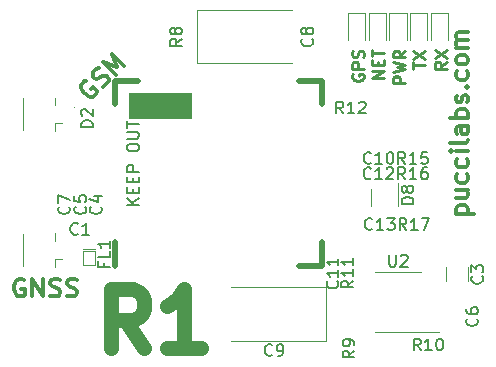
<source format=gbr>
G04 #@! TF.GenerationSoftware,KiCad,Pcbnew,(5.1.5-0-10_14)*
G04 #@! TF.CreationDate,2020-03-09T21:53:23-07:00*
G04 #@! TF.ProjectId,R1,52312e6b-6963-4616-945f-706362585858,rev?*
G04 #@! TF.SameCoordinates,Original*
G04 #@! TF.FileFunction,Legend,Top*
G04 #@! TF.FilePolarity,Positive*
%FSLAX46Y46*%
G04 Gerber Fmt 4.6, Leading zero omitted, Abs format (unit mm)*
G04 Created by KiCad (PCBNEW (5.1.5-0-10_14)) date 2020-03-09 21:53:23*
%MOMM*%
%LPD*%
G04 APERTURE LIST*
%ADD10C,0.300000*%
%ADD11C,1.250000*%
%ADD12C,0.350000*%
%ADD13C,0.250000*%
%ADD14C,0.100000*%
%ADD15C,0.120000*%
%ADD16C,0.500000*%
%ADD17C,0.150000*%
G04 APERTURE END LIST*
D10*
X162678571Y-103278571D02*
X164178571Y-103278571D01*
X162750000Y-103278571D02*
X162678571Y-103135714D01*
X162678571Y-102850000D01*
X162750000Y-102707142D01*
X162821428Y-102635714D01*
X162964285Y-102564285D01*
X163392857Y-102564285D01*
X163535714Y-102635714D01*
X163607142Y-102707142D01*
X163678571Y-102850000D01*
X163678571Y-103135714D01*
X163607142Y-103278571D01*
X162678571Y-101278571D02*
X163678571Y-101278571D01*
X162678571Y-101921428D02*
X163464285Y-101921428D01*
X163607142Y-101850000D01*
X163678571Y-101707142D01*
X163678571Y-101492857D01*
X163607142Y-101350000D01*
X163535714Y-101278571D01*
X163607142Y-99921428D02*
X163678571Y-100064285D01*
X163678571Y-100350000D01*
X163607142Y-100492857D01*
X163535714Y-100564285D01*
X163392857Y-100635714D01*
X162964285Y-100635714D01*
X162821428Y-100564285D01*
X162750000Y-100492857D01*
X162678571Y-100350000D01*
X162678571Y-100064285D01*
X162750000Y-99921428D01*
X163607142Y-98635714D02*
X163678571Y-98778571D01*
X163678571Y-99064285D01*
X163607142Y-99207142D01*
X163535714Y-99278571D01*
X163392857Y-99350000D01*
X162964285Y-99350000D01*
X162821428Y-99278571D01*
X162750000Y-99207142D01*
X162678571Y-99064285D01*
X162678571Y-98778571D01*
X162750000Y-98635714D01*
X163678571Y-97992857D02*
X162678571Y-97992857D01*
X162178571Y-97992857D02*
X162250000Y-98064285D01*
X162321428Y-97992857D01*
X162250000Y-97921428D01*
X162178571Y-97992857D01*
X162321428Y-97992857D01*
X163678571Y-97064285D02*
X163607142Y-97207142D01*
X163464285Y-97278571D01*
X162178571Y-97278571D01*
X163678571Y-95850000D02*
X162892857Y-95850000D01*
X162750000Y-95921428D01*
X162678571Y-96064285D01*
X162678571Y-96350000D01*
X162750000Y-96492857D01*
X163607142Y-95850000D02*
X163678571Y-95992857D01*
X163678571Y-96350000D01*
X163607142Y-96492857D01*
X163464285Y-96564285D01*
X163321428Y-96564285D01*
X163178571Y-96492857D01*
X163107142Y-96350000D01*
X163107142Y-95992857D01*
X163035714Y-95850000D01*
X163678571Y-95135714D02*
X162178571Y-95135714D01*
X162750000Y-95135714D02*
X162678571Y-94992857D01*
X162678571Y-94707142D01*
X162750000Y-94564285D01*
X162821428Y-94492857D01*
X162964285Y-94421428D01*
X163392857Y-94421428D01*
X163535714Y-94492857D01*
X163607142Y-94564285D01*
X163678571Y-94707142D01*
X163678571Y-94992857D01*
X163607142Y-95135714D01*
X163607142Y-93850000D02*
X163678571Y-93707142D01*
X163678571Y-93421428D01*
X163607142Y-93278571D01*
X163464285Y-93207142D01*
X163392857Y-93207142D01*
X163250000Y-93278571D01*
X163178571Y-93421428D01*
X163178571Y-93635714D01*
X163107142Y-93778571D01*
X162964285Y-93850000D01*
X162892857Y-93850000D01*
X162750000Y-93778571D01*
X162678571Y-93635714D01*
X162678571Y-93421428D01*
X162750000Y-93278571D01*
X163535714Y-92564285D02*
X163607142Y-92492857D01*
X163678571Y-92564285D01*
X163607142Y-92635714D01*
X163535714Y-92564285D01*
X163678571Y-92564285D01*
X163607142Y-91207142D02*
X163678571Y-91350000D01*
X163678571Y-91635714D01*
X163607142Y-91778571D01*
X163535714Y-91850000D01*
X163392857Y-91921428D01*
X162964285Y-91921428D01*
X162821428Y-91850000D01*
X162750000Y-91778571D01*
X162678571Y-91635714D01*
X162678571Y-91350000D01*
X162750000Y-91207142D01*
X163678571Y-90350000D02*
X163607142Y-90492857D01*
X163535714Y-90564285D01*
X163392857Y-90635714D01*
X162964285Y-90635714D01*
X162821428Y-90564285D01*
X162750000Y-90492857D01*
X162678571Y-90350000D01*
X162678571Y-90135714D01*
X162750000Y-89992857D01*
X162821428Y-89921428D01*
X162964285Y-89850000D01*
X163392857Y-89850000D01*
X163535714Y-89921428D01*
X163607142Y-89992857D01*
X163678571Y-90135714D01*
X163678571Y-90350000D01*
X163678571Y-89207142D02*
X162678571Y-89207142D01*
X162821428Y-89207142D02*
X162750000Y-89135714D01*
X162678571Y-88992857D01*
X162678571Y-88778571D01*
X162750000Y-88635714D01*
X162892857Y-88564285D01*
X163678571Y-88564285D01*
X162892857Y-88564285D02*
X162750000Y-88492857D01*
X162678571Y-88350000D01*
X162678571Y-88135714D01*
X162750000Y-87992857D01*
X162892857Y-87921428D01*
X163678571Y-87921428D01*
D11*
X136266666Y-114661904D02*
X134600000Y-112280952D01*
X133409523Y-114661904D02*
X133409523Y-109661904D01*
X135314285Y-109661904D01*
X135790476Y-109900000D01*
X136028571Y-110138095D01*
X136266666Y-110614285D01*
X136266666Y-111328571D01*
X136028571Y-111804761D01*
X135790476Y-112042857D01*
X135314285Y-112280952D01*
X133409523Y-112280952D01*
X141028571Y-114661904D02*
X138171428Y-114661904D01*
X139600000Y-114661904D02*
X139600000Y-109661904D01*
X139123809Y-110376190D01*
X138647619Y-110852380D01*
X138171428Y-111090476D01*
D12*
X131336294Y-92003045D02*
X131184771Y-92053553D01*
X131033248Y-92205076D01*
X130932233Y-92407106D01*
X130932233Y-92609137D01*
X130982740Y-92760660D01*
X131134263Y-93013198D01*
X131285786Y-93164721D01*
X131538324Y-93316244D01*
X131689847Y-93366751D01*
X131891877Y-93366751D01*
X132093908Y-93265736D01*
X132194923Y-93164721D01*
X132295938Y-92962690D01*
X132295938Y-92861675D01*
X131942385Y-92508122D01*
X131740355Y-92710152D01*
X132750507Y-92508122D02*
X132952538Y-92407106D01*
X133205076Y-92154568D01*
X133255583Y-92003045D01*
X133255583Y-91902030D01*
X133205076Y-91750507D01*
X133104061Y-91649492D01*
X132952538Y-91598984D01*
X132851522Y-91598984D01*
X132700000Y-91649492D01*
X132447461Y-91801015D01*
X132295938Y-91851522D01*
X132194923Y-91851522D01*
X132043400Y-91801015D01*
X131942385Y-91700000D01*
X131891877Y-91548477D01*
X131891877Y-91447461D01*
X131942385Y-91295938D01*
X132194923Y-91043400D01*
X132396954Y-90942385D01*
X133861675Y-91497969D02*
X132801015Y-90437309D01*
X133912183Y-90841370D01*
X133508122Y-89730202D01*
X134568782Y-90790862D01*
X126078571Y-108850000D02*
X125935714Y-108778571D01*
X125721428Y-108778571D01*
X125507142Y-108850000D01*
X125364285Y-108992857D01*
X125292857Y-109135714D01*
X125221428Y-109421428D01*
X125221428Y-109635714D01*
X125292857Y-109921428D01*
X125364285Y-110064285D01*
X125507142Y-110207142D01*
X125721428Y-110278571D01*
X125864285Y-110278571D01*
X126078571Y-110207142D01*
X126150000Y-110135714D01*
X126150000Y-109635714D01*
X125864285Y-109635714D01*
X126792857Y-110278571D02*
X126792857Y-108778571D01*
X127650000Y-110278571D01*
X127650000Y-108778571D01*
X128292857Y-110207142D02*
X128507142Y-110278571D01*
X128864285Y-110278571D01*
X129007142Y-110207142D01*
X129078571Y-110135714D01*
X129150000Y-109992857D01*
X129150000Y-109850000D01*
X129078571Y-109707142D01*
X129007142Y-109635714D01*
X128864285Y-109564285D01*
X128578571Y-109492857D01*
X128435714Y-109421428D01*
X128364285Y-109350000D01*
X128292857Y-109207142D01*
X128292857Y-109064285D01*
X128364285Y-108921428D01*
X128435714Y-108850000D01*
X128578571Y-108778571D01*
X128935714Y-108778571D01*
X129150000Y-108850000D01*
X129721428Y-110207142D02*
X129935714Y-110278571D01*
X130292857Y-110278571D01*
X130435714Y-110207142D01*
X130507142Y-110135714D01*
X130578571Y-109992857D01*
X130578571Y-109850000D01*
X130507142Y-109707142D01*
X130435714Y-109635714D01*
X130292857Y-109564285D01*
X130007142Y-109492857D01*
X129864285Y-109421428D01*
X129792857Y-109350000D01*
X129721428Y-109207142D01*
X129721428Y-109064285D01*
X129792857Y-108921428D01*
X129864285Y-108850000D01*
X130007142Y-108778571D01*
X130364285Y-108778571D01*
X130578571Y-108850000D01*
D13*
X153900000Y-91464285D02*
X153852380Y-91559523D01*
X153852380Y-91702380D01*
X153900000Y-91845238D01*
X153995238Y-91940476D01*
X154090476Y-91988095D01*
X154280952Y-92035714D01*
X154423809Y-92035714D01*
X154614285Y-91988095D01*
X154709523Y-91940476D01*
X154804761Y-91845238D01*
X154852380Y-91702380D01*
X154852380Y-91607142D01*
X154804761Y-91464285D01*
X154757142Y-91416666D01*
X154423809Y-91416666D01*
X154423809Y-91607142D01*
X154852380Y-90988095D02*
X153852380Y-90988095D01*
X153852380Y-90607142D01*
X153900000Y-90511904D01*
X153947619Y-90464285D01*
X154042857Y-90416666D01*
X154185714Y-90416666D01*
X154280952Y-90464285D01*
X154328571Y-90511904D01*
X154376190Y-90607142D01*
X154376190Y-90988095D01*
X154804761Y-90035714D02*
X154852380Y-89892857D01*
X154852380Y-89654761D01*
X154804761Y-89559523D01*
X154757142Y-89511904D01*
X154661904Y-89464285D01*
X154566666Y-89464285D01*
X154471428Y-89511904D01*
X154423809Y-89559523D01*
X154376190Y-89654761D01*
X154328571Y-89845238D01*
X154280952Y-89940476D01*
X154233333Y-89988095D01*
X154138095Y-90035714D01*
X154042857Y-90035714D01*
X153947619Y-89988095D01*
X153900000Y-89940476D01*
X153852380Y-89845238D01*
X153852380Y-89607142D01*
X153900000Y-89464285D01*
X156552380Y-91769047D02*
X155552380Y-91769047D01*
X156552380Y-91197619D01*
X155552380Y-91197619D01*
X156028571Y-90721428D02*
X156028571Y-90388095D01*
X156552380Y-90245238D02*
X156552380Y-90721428D01*
X155552380Y-90721428D01*
X155552380Y-90245238D01*
X155552380Y-89959523D02*
X155552380Y-89388095D01*
X156552380Y-89673809D02*
X155552380Y-89673809D01*
X158352380Y-92183333D02*
X157352380Y-92183333D01*
X157352380Y-91802380D01*
X157400000Y-91707142D01*
X157447619Y-91659523D01*
X157542857Y-91611904D01*
X157685714Y-91611904D01*
X157780952Y-91659523D01*
X157828571Y-91707142D01*
X157876190Y-91802380D01*
X157876190Y-92183333D01*
X157352380Y-91278571D02*
X158352380Y-91040476D01*
X157638095Y-90850000D01*
X158352380Y-90659523D01*
X157352380Y-90421428D01*
X158352380Y-89469047D02*
X157876190Y-89802380D01*
X158352380Y-90040476D02*
X157352380Y-90040476D01*
X157352380Y-89659523D01*
X157400000Y-89564285D01*
X157447619Y-89516666D01*
X157542857Y-89469047D01*
X157685714Y-89469047D01*
X157780952Y-89516666D01*
X157828571Y-89564285D01*
X157876190Y-89659523D01*
X157876190Y-90040476D01*
X159052380Y-91011904D02*
X159052380Y-90440476D01*
X160052380Y-90726190D02*
X159052380Y-90726190D01*
X159052380Y-90202380D02*
X160052380Y-89535714D01*
X159052380Y-89535714D02*
X160052380Y-90202380D01*
X161852380Y-90416666D02*
X161376190Y-90750000D01*
X161852380Y-90988095D02*
X160852380Y-90988095D01*
X160852380Y-90607142D01*
X160900000Y-90511904D01*
X160947619Y-90464285D01*
X161042857Y-90416666D01*
X161185714Y-90416666D01*
X161280952Y-90464285D01*
X161328571Y-90511904D01*
X161376190Y-90607142D01*
X161376190Y-90988095D01*
X160852380Y-90083333D02*
X161852380Y-89416666D01*
X160852380Y-89416666D02*
X161852380Y-90083333D01*
D14*
X130350000Y-94260000D02*
G75*
G03X130350000Y-94260000I-50000J0D01*
G01*
D15*
X157750000Y-108190000D02*
X155800000Y-108190000D01*
X157750000Y-108190000D02*
X159700000Y-108190000D01*
X157750000Y-113310000D02*
X155800000Y-113310000D01*
X157750000Y-113310000D02*
X161200000Y-113310000D01*
X151660000Y-109490000D02*
X143600000Y-109490000D01*
X151660000Y-114010000D02*
X151660000Y-109490000D01*
X143600000Y-114010000D02*
X151660000Y-114010000D01*
X140702500Y-90510000D02*
X148762500Y-90510000D01*
X140702500Y-85990000D02*
X140702500Y-90510000D01*
X148762500Y-85990000D02*
X140702500Y-85990000D01*
D16*
X149350000Y-107700000D02*
X151350000Y-107700000D01*
X151350000Y-107700000D02*
X151350000Y-105700000D01*
X151350000Y-92000000D02*
X151350000Y-94000000D01*
X151350000Y-92000000D02*
X149350000Y-92000000D01*
X133750000Y-92000000D02*
X135750000Y-92000000D01*
X133750000Y-94000000D02*
X133750000Y-92000000D01*
X133750000Y-107700000D02*
X133750000Y-105700000D01*
D14*
G36*
X140250000Y-93050000D02*
G01*
X140250000Y-95150000D01*
X134950000Y-95150000D01*
X134950000Y-93050000D01*
X140250000Y-93050000D01*
G37*
X140250000Y-93050000D02*
X140250000Y-95150000D01*
X134950000Y-95150000D01*
X134950000Y-93050000D01*
X140250000Y-93050000D01*
D15*
X155440000Y-101200000D02*
X155440000Y-102600000D01*
X157760000Y-102600000D02*
X157760000Y-100700000D01*
X161985000Y-88600000D02*
X161985000Y-86315000D01*
X161985000Y-86315000D02*
X160515000Y-86315000D01*
X160515000Y-86315000D02*
X160515000Y-88600000D01*
X160235000Y-88600000D02*
X160235000Y-86315000D01*
X160235000Y-86315000D02*
X158765000Y-86315000D01*
X158765000Y-86315000D02*
X158765000Y-88600000D01*
X157015000Y-86315000D02*
X157015000Y-88600000D01*
X158485000Y-86315000D02*
X157015000Y-86315000D01*
X158485000Y-88600000D02*
X158485000Y-86315000D01*
X155265000Y-86315000D02*
X155265000Y-88600000D01*
X156735000Y-86315000D02*
X155265000Y-86315000D01*
X156735000Y-88600000D02*
X156735000Y-86315000D01*
X154985000Y-88600000D02*
X154985000Y-86315000D01*
X154985000Y-86315000D02*
X153515000Y-86315000D01*
X153515000Y-86315000D02*
X153515000Y-88600000D01*
X161840000Y-109002064D02*
X161840000Y-107797936D01*
X163660000Y-109002064D02*
X163660000Y-107797936D01*
X131050000Y-107600000D02*
X132050000Y-107600000D01*
X131050000Y-106400000D02*
X131050000Y-107600000D01*
X132050000Y-106400000D02*
X131050000Y-106400000D01*
X132050000Y-107600000D02*
X132050000Y-106400000D01*
X132050000Y-106250000D02*
X131050000Y-106250000D01*
X128685000Y-96250000D02*
X128685000Y-95610000D01*
X128685000Y-93450000D02*
X128685000Y-94090000D01*
X128685000Y-95610000D02*
X129315000Y-95610000D01*
X125965000Y-96200000D02*
X125965000Y-93500000D01*
X128685000Y-107750000D02*
X128685000Y-107110000D01*
X128685000Y-104950000D02*
X128685000Y-105590000D01*
X128685000Y-107110000D02*
X129315000Y-107110000D01*
X125965000Y-107700000D02*
X125965000Y-105000000D01*
D17*
X159657142Y-114852380D02*
X159323809Y-114376190D01*
X159085714Y-114852380D02*
X159085714Y-113852380D01*
X159466666Y-113852380D01*
X159561904Y-113900000D01*
X159609523Y-113947619D01*
X159657142Y-114042857D01*
X159657142Y-114185714D01*
X159609523Y-114280952D01*
X159561904Y-114328571D01*
X159466666Y-114376190D01*
X159085714Y-114376190D01*
X160609523Y-114852380D02*
X160038095Y-114852380D01*
X160323809Y-114852380D02*
X160323809Y-113852380D01*
X160228571Y-113995238D01*
X160133333Y-114090476D01*
X160038095Y-114138095D01*
X161228571Y-113852380D02*
X161323809Y-113852380D01*
X161419047Y-113900000D01*
X161466666Y-113947619D01*
X161514285Y-114042857D01*
X161561904Y-114233333D01*
X161561904Y-114471428D01*
X161514285Y-114661904D01*
X161466666Y-114757142D01*
X161419047Y-114804761D01*
X161323809Y-114852380D01*
X161228571Y-114852380D01*
X161133333Y-114804761D01*
X161085714Y-114757142D01*
X161038095Y-114661904D01*
X160990476Y-114471428D01*
X160990476Y-114233333D01*
X161038095Y-114042857D01*
X161085714Y-113947619D01*
X161133333Y-113900000D01*
X161228571Y-113852380D01*
X131922380Y-95938095D02*
X130922380Y-95938095D01*
X130922380Y-95700000D01*
X130970000Y-95557142D01*
X131065238Y-95461904D01*
X131160476Y-95414285D01*
X131350952Y-95366666D01*
X131493809Y-95366666D01*
X131684285Y-95414285D01*
X131779523Y-95461904D01*
X131874761Y-95557142D01*
X131922380Y-95700000D01*
X131922380Y-95938095D01*
X131017619Y-94985714D02*
X130970000Y-94938095D01*
X130922380Y-94842857D01*
X130922380Y-94604761D01*
X130970000Y-94509523D01*
X131017619Y-94461904D01*
X131112857Y-94414285D01*
X131208095Y-94414285D01*
X131350952Y-94461904D01*
X131922380Y-95033333D01*
X131922380Y-94414285D01*
X156988095Y-106752380D02*
X156988095Y-107561904D01*
X157035714Y-107657142D01*
X157083333Y-107704761D01*
X157178571Y-107752380D01*
X157369047Y-107752380D01*
X157464285Y-107704761D01*
X157511904Y-107657142D01*
X157559523Y-107561904D01*
X157559523Y-106752380D01*
X157988095Y-106847619D02*
X158035714Y-106800000D01*
X158130952Y-106752380D01*
X158369047Y-106752380D01*
X158464285Y-106800000D01*
X158511904Y-106847619D01*
X158559523Y-106942857D01*
X158559523Y-107038095D01*
X158511904Y-107180952D01*
X157940476Y-107752380D01*
X158559523Y-107752380D01*
X158457142Y-104652380D02*
X158123809Y-104176190D01*
X157885714Y-104652380D02*
X157885714Y-103652380D01*
X158266666Y-103652380D01*
X158361904Y-103700000D01*
X158409523Y-103747619D01*
X158457142Y-103842857D01*
X158457142Y-103985714D01*
X158409523Y-104080952D01*
X158361904Y-104128571D01*
X158266666Y-104176190D01*
X157885714Y-104176190D01*
X159409523Y-104652380D02*
X158838095Y-104652380D01*
X159123809Y-104652380D02*
X159123809Y-103652380D01*
X159028571Y-103795238D01*
X158933333Y-103890476D01*
X158838095Y-103938095D01*
X159742857Y-103652380D02*
X160409523Y-103652380D01*
X159980952Y-104652380D01*
X158357142Y-100352380D02*
X158023809Y-99876190D01*
X157785714Y-100352380D02*
X157785714Y-99352380D01*
X158166666Y-99352380D01*
X158261904Y-99400000D01*
X158309523Y-99447619D01*
X158357142Y-99542857D01*
X158357142Y-99685714D01*
X158309523Y-99780952D01*
X158261904Y-99828571D01*
X158166666Y-99876190D01*
X157785714Y-99876190D01*
X159309523Y-100352380D02*
X158738095Y-100352380D01*
X159023809Y-100352380D02*
X159023809Y-99352380D01*
X158928571Y-99495238D01*
X158833333Y-99590476D01*
X158738095Y-99638095D01*
X160166666Y-99352380D02*
X159976190Y-99352380D01*
X159880952Y-99400000D01*
X159833333Y-99447619D01*
X159738095Y-99590476D01*
X159690476Y-99780952D01*
X159690476Y-100161904D01*
X159738095Y-100257142D01*
X159785714Y-100304761D01*
X159880952Y-100352380D01*
X160071428Y-100352380D01*
X160166666Y-100304761D01*
X160214285Y-100257142D01*
X160261904Y-100161904D01*
X160261904Y-99923809D01*
X160214285Y-99828571D01*
X160166666Y-99780952D01*
X160071428Y-99733333D01*
X159880952Y-99733333D01*
X159785714Y-99780952D01*
X159738095Y-99828571D01*
X159690476Y-99923809D01*
X158357142Y-99052380D02*
X158023809Y-98576190D01*
X157785714Y-99052380D02*
X157785714Y-98052380D01*
X158166666Y-98052380D01*
X158261904Y-98100000D01*
X158309523Y-98147619D01*
X158357142Y-98242857D01*
X158357142Y-98385714D01*
X158309523Y-98480952D01*
X158261904Y-98528571D01*
X158166666Y-98576190D01*
X157785714Y-98576190D01*
X159309523Y-99052380D02*
X158738095Y-99052380D01*
X159023809Y-99052380D02*
X159023809Y-98052380D01*
X158928571Y-98195238D01*
X158833333Y-98290476D01*
X158738095Y-98338095D01*
X160214285Y-98052380D02*
X159738095Y-98052380D01*
X159690476Y-98528571D01*
X159738095Y-98480952D01*
X159833333Y-98433333D01*
X160071428Y-98433333D01*
X160166666Y-98480952D01*
X160214285Y-98528571D01*
X160261904Y-98623809D01*
X160261904Y-98861904D01*
X160214285Y-98957142D01*
X160166666Y-99004761D01*
X160071428Y-99052380D01*
X159833333Y-99052380D01*
X159738095Y-99004761D01*
X159690476Y-98957142D01*
X153107142Y-94782380D02*
X152773809Y-94306190D01*
X152535714Y-94782380D02*
X152535714Y-93782380D01*
X152916666Y-93782380D01*
X153011904Y-93830000D01*
X153059523Y-93877619D01*
X153107142Y-93972857D01*
X153107142Y-94115714D01*
X153059523Y-94210952D01*
X153011904Y-94258571D01*
X152916666Y-94306190D01*
X152535714Y-94306190D01*
X154059523Y-94782380D02*
X153488095Y-94782380D01*
X153773809Y-94782380D02*
X153773809Y-93782380D01*
X153678571Y-93925238D01*
X153583333Y-94020476D01*
X153488095Y-94068095D01*
X154440476Y-93877619D02*
X154488095Y-93830000D01*
X154583333Y-93782380D01*
X154821428Y-93782380D01*
X154916666Y-93830000D01*
X154964285Y-93877619D01*
X155011904Y-93972857D01*
X155011904Y-94068095D01*
X154964285Y-94210952D01*
X154392857Y-94782380D01*
X155011904Y-94782380D01*
X153952380Y-108942857D02*
X153476190Y-109276190D01*
X153952380Y-109514285D02*
X152952380Y-109514285D01*
X152952380Y-109133333D01*
X153000000Y-109038095D01*
X153047619Y-108990476D01*
X153142857Y-108942857D01*
X153285714Y-108942857D01*
X153380952Y-108990476D01*
X153428571Y-109038095D01*
X153476190Y-109133333D01*
X153476190Y-109514285D01*
X153952380Y-107990476D02*
X153952380Y-108561904D01*
X153952380Y-108276190D02*
X152952380Y-108276190D01*
X153095238Y-108371428D01*
X153190476Y-108466666D01*
X153238095Y-108561904D01*
X153952380Y-107038095D02*
X153952380Y-107609523D01*
X153952380Y-107323809D02*
X152952380Y-107323809D01*
X153095238Y-107419047D01*
X153190476Y-107514285D01*
X153238095Y-107609523D01*
X154052380Y-114866666D02*
X153576190Y-115200000D01*
X154052380Y-115438095D02*
X153052380Y-115438095D01*
X153052380Y-115057142D01*
X153100000Y-114961904D01*
X153147619Y-114914285D01*
X153242857Y-114866666D01*
X153385714Y-114866666D01*
X153480952Y-114914285D01*
X153528571Y-114961904D01*
X153576190Y-115057142D01*
X153576190Y-115438095D01*
X154052380Y-114390476D02*
X154052380Y-114200000D01*
X154004761Y-114104761D01*
X153957142Y-114057142D01*
X153814285Y-113961904D01*
X153623809Y-113914285D01*
X153242857Y-113914285D01*
X153147619Y-113961904D01*
X153100000Y-114009523D01*
X153052380Y-114104761D01*
X153052380Y-114295238D01*
X153100000Y-114390476D01*
X153147619Y-114438095D01*
X153242857Y-114485714D01*
X153480952Y-114485714D01*
X153576190Y-114438095D01*
X153623809Y-114390476D01*
X153671428Y-114295238D01*
X153671428Y-114104761D01*
X153623809Y-114009523D01*
X153576190Y-113961904D01*
X153480952Y-113914285D01*
X139452380Y-88466666D02*
X138976190Y-88800000D01*
X139452380Y-89038095D02*
X138452380Y-89038095D01*
X138452380Y-88657142D01*
X138500000Y-88561904D01*
X138547619Y-88514285D01*
X138642857Y-88466666D01*
X138785714Y-88466666D01*
X138880952Y-88514285D01*
X138928571Y-88561904D01*
X138976190Y-88657142D01*
X138976190Y-89038095D01*
X138880952Y-87895238D02*
X138833333Y-87990476D01*
X138785714Y-88038095D01*
X138690476Y-88085714D01*
X138642857Y-88085714D01*
X138547619Y-88038095D01*
X138500000Y-87990476D01*
X138452380Y-87895238D01*
X138452380Y-87704761D01*
X138500000Y-87609523D01*
X138547619Y-87561904D01*
X138642857Y-87514285D01*
X138690476Y-87514285D01*
X138785714Y-87561904D01*
X138833333Y-87609523D01*
X138880952Y-87704761D01*
X138880952Y-87895238D01*
X138928571Y-87990476D01*
X138976190Y-88038095D01*
X139071428Y-88085714D01*
X139261904Y-88085714D01*
X139357142Y-88038095D01*
X139404761Y-87990476D01*
X139452380Y-87895238D01*
X139452380Y-87704761D01*
X139404761Y-87609523D01*
X139357142Y-87561904D01*
X139261904Y-87514285D01*
X139071428Y-87514285D01*
X138976190Y-87561904D01*
X138928571Y-87609523D01*
X138880952Y-87704761D01*
X147083333Y-115207142D02*
X147035714Y-115254761D01*
X146892857Y-115302380D01*
X146797619Y-115302380D01*
X146654761Y-115254761D01*
X146559523Y-115159523D01*
X146511904Y-115064285D01*
X146464285Y-114873809D01*
X146464285Y-114730952D01*
X146511904Y-114540476D01*
X146559523Y-114445238D01*
X146654761Y-114350000D01*
X146797619Y-114302380D01*
X146892857Y-114302380D01*
X147035714Y-114350000D01*
X147083333Y-114397619D01*
X147559523Y-115302380D02*
X147750000Y-115302380D01*
X147845238Y-115254761D01*
X147892857Y-115207142D01*
X147988095Y-115064285D01*
X148035714Y-114873809D01*
X148035714Y-114492857D01*
X147988095Y-114397619D01*
X147940476Y-114350000D01*
X147845238Y-114302380D01*
X147654761Y-114302380D01*
X147559523Y-114350000D01*
X147511904Y-114397619D01*
X147464285Y-114492857D01*
X147464285Y-114730952D01*
X147511904Y-114826190D01*
X147559523Y-114873809D01*
X147654761Y-114921428D01*
X147845238Y-114921428D01*
X147940476Y-114873809D01*
X147988095Y-114826190D01*
X148035714Y-114730952D01*
X150457142Y-88466666D02*
X150504761Y-88514285D01*
X150552380Y-88657142D01*
X150552380Y-88752380D01*
X150504761Y-88895238D01*
X150409523Y-88990476D01*
X150314285Y-89038095D01*
X150123809Y-89085714D01*
X149980952Y-89085714D01*
X149790476Y-89038095D01*
X149695238Y-88990476D01*
X149600000Y-88895238D01*
X149552380Y-88752380D01*
X149552380Y-88657142D01*
X149600000Y-88514285D01*
X149647619Y-88466666D01*
X149980952Y-87895238D02*
X149933333Y-87990476D01*
X149885714Y-88038095D01*
X149790476Y-88085714D01*
X149742857Y-88085714D01*
X149647619Y-88038095D01*
X149600000Y-87990476D01*
X149552380Y-87895238D01*
X149552380Y-87704761D01*
X149600000Y-87609523D01*
X149647619Y-87561904D01*
X149742857Y-87514285D01*
X149790476Y-87514285D01*
X149885714Y-87561904D01*
X149933333Y-87609523D01*
X149980952Y-87704761D01*
X149980952Y-87895238D01*
X150028571Y-87990476D01*
X150076190Y-88038095D01*
X150171428Y-88085714D01*
X150361904Y-88085714D01*
X150457142Y-88038095D01*
X150504761Y-87990476D01*
X150552380Y-87895238D01*
X150552380Y-87704761D01*
X150504761Y-87609523D01*
X150457142Y-87561904D01*
X150361904Y-87514285D01*
X150171428Y-87514285D01*
X150076190Y-87561904D01*
X150028571Y-87609523D01*
X149980952Y-87704761D01*
X132557142Y-102666666D02*
X132604761Y-102714285D01*
X132652380Y-102857142D01*
X132652380Y-102952380D01*
X132604761Y-103095238D01*
X132509523Y-103190476D01*
X132414285Y-103238095D01*
X132223809Y-103285714D01*
X132080952Y-103285714D01*
X131890476Y-103238095D01*
X131795238Y-103190476D01*
X131700000Y-103095238D01*
X131652380Y-102952380D01*
X131652380Y-102857142D01*
X131700000Y-102714285D01*
X131747619Y-102666666D01*
X131985714Y-101809523D02*
X132652380Y-101809523D01*
X131604761Y-102047619D02*
X132319047Y-102285714D01*
X132319047Y-101666666D01*
X135802380Y-102526190D02*
X134802380Y-102526190D01*
X135802380Y-101954761D02*
X135230952Y-102383333D01*
X134802380Y-101954761D02*
X135373809Y-102526190D01*
X135278571Y-101526190D02*
X135278571Y-101192857D01*
X135802380Y-101050000D02*
X135802380Y-101526190D01*
X134802380Y-101526190D01*
X134802380Y-101050000D01*
X135278571Y-100621428D02*
X135278571Y-100288095D01*
X135802380Y-100145238D02*
X135802380Y-100621428D01*
X134802380Y-100621428D01*
X134802380Y-100145238D01*
X135802380Y-99716666D02*
X134802380Y-99716666D01*
X134802380Y-99335714D01*
X134850000Y-99240476D01*
X134897619Y-99192857D01*
X134992857Y-99145238D01*
X135135714Y-99145238D01*
X135230952Y-99192857D01*
X135278571Y-99240476D01*
X135326190Y-99335714D01*
X135326190Y-99716666D01*
X134802380Y-97764285D02*
X134802380Y-97573809D01*
X134850000Y-97478571D01*
X134945238Y-97383333D01*
X135135714Y-97335714D01*
X135469047Y-97335714D01*
X135659523Y-97383333D01*
X135754761Y-97478571D01*
X135802380Y-97573809D01*
X135802380Y-97764285D01*
X135754761Y-97859523D01*
X135659523Y-97954761D01*
X135469047Y-98002380D01*
X135135714Y-98002380D01*
X134945238Y-97954761D01*
X134850000Y-97859523D01*
X134802380Y-97764285D01*
X134802380Y-96907142D02*
X135611904Y-96907142D01*
X135707142Y-96859523D01*
X135754761Y-96811904D01*
X135802380Y-96716666D01*
X135802380Y-96526190D01*
X135754761Y-96430952D01*
X135707142Y-96383333D01*
X135611904Y-96335714D01*
X134802380Y-96335714D01*
X134802380Y-96002380D02*
X134802380Y-95430952D01*
X135802380Y-95716666D02*
X134802380Y-95716666D01*
X164407142Y-112166666D02*
X164454761Y-112214285D01*
X164502380Y-112357142D01*
X164502380Y-112452380D01*
X164454761Y-112595238D01*
X164359523Y-112690476D01*
X164264285Y-112738095D01*
X164073809Y-112785714D01*
X163930952Y-112785714D01*
X163740476Y-112738095D01*
X163645238Y-112690476D01*
X163550000Y-112595238D01*
X163502380Y-112452380D01*
X163502380Y-112357142D01*
X163550000Y-112214285D01*
X163597619Y-112166666D01*
X163502380Y-111309523D02*
X163502380Y-111500000D01*
X163550000Y-111595238D01*
X163597619Y-111642857D01*
X163740476Y-111738095D01*
X163930952Y-111785714D01*
X164311904Y-111785714D01*
X164407142Y-111738095D01*
X164454761Y-111690476D01*
X164502380Y-111595238D01*
X164502380Y-111404761D01*
X164454761Y-111309523D01*
X164407142Y-111261904D01*
X164311904Y-111214285D01*
X164073809Y-111214285D01*
X163978571Y-111261904D01*
X163930952Y-111309523D01*
X163883333Y-111404761D01*
X163883333Y-111595238D01*
X163930952Y-111690476D01*
X163978571Y-111738095D01*
X164073809Y-111785714D01*
X159052380Y-102438095D02*
X158052380Y-102438095D01*
X158052380Y-102200000D01*
X158100000Y-102057142D01*
X158195238Y-101961904D01*
X158290476Y-101914285D01*
X158480952Y-101866666D01*
X158623809Y-101866666D01*
X158814285Y-101914285D01*
X158909523Y-101961904D01*
X159004761Y-102057142D01*
X159052380Y-102200000D01*
X159052380Y-102438095D01*
X158480952Y-101295238D02*
X158433333Y-101390476D01*
X158385714Y-101438095D01*
X158290476Y-101485714D01*
X158242857Y-101485714D01*
X158147619Y-101438095D01*
X158100000Y-101390476D01*
X158052380Y-101295238D01*
X158052380Y-101104761D01*
X158100000Y-101009523D01*
X158147619Y-100961904D01*
X158242857Y-100914285D01*
X158290476Y-100914285D01*
X158385714Y-100961904D01*
X158433333Y-101009523D01*
X158480952Y-101104761D01*
X158480952Y-101295238D01*
X158528571Y-101390476D01*
X158576190Y-101438095D01*
X158671428Y-101485714D01*
X158861904Y-101485714D01*
X158957142Y-101438095D01*
X159004761Y-101390476D01*
X159052380Y-101295238D01*
X159052380Y-101104761D01*
X159004761Y-101009523D01*
X158957142Y-100961904D01*
X158861904Y-100914285D01*
X158671428Y-100914285D01*
X158576190Y-100961904D01*
X158528571Y-101009523D01*
X158480952Y-101104761D01*
X155557142Y-104557142D02*
X155509523Y-104604761D01*
X155366666Y-104652380D01*
X155271428Y-104652380D01*
X155128571Y-104604761D01*
X155033333Y-104509523D01*
X154985714Y-104414285D01*
X154938095Y-104223809D01*
X154938095Y-104080952D01*
X154985714Y-103890476D01*
X155033333Y-103795238D01*
X155128571Y-103700000D01*
X155271428Y-103652380D01*
X155366666Y-103652380D01*
X155509523Y-103700000D01*
X155557142Y-103747619D01*
X156509523Y-104652380D02*
X155938095Y-104652380D01*
X156223809Y-104652380D02*
X156223809Y-103652380D01*
X156128571Y-103795238D01*
X156033333Y-103890476D01*
X155938095Y-103938095D01*
X156842857Y-103652380D02*
X157461904Y-103652380D01*
X157128571Y-104033333D01*
X157271428Y-104033333D01*
X157366666Y-104080952D01*
X157414285Y-104128571D01*
X157461904Y-104223809D01*
X157461904Y-104461904D01*
X157414285Y-104557142D01*
X157366666Y-104604761D01*
X157271428Y-104652380D01*
X156985714Y-104652380D01*
X156890476Y-104604761D01*
X156842857Y-104557142D01*
X155457142Y-100257142D02*
X155409523Y-100304761D01*
X155266666Y-100352380D01*
X155171428Y-100352380D01*
X155028571Y-100304761D01*
X154933333Y-100209523D01*
X154885714Y-100114285D01*
X154838095Y-99923809D01*
X154838095Y-99780952D01*
X154885714Y-99590476D01*
X154933333Y-99495238D01*
X155028571Y-99400000D01*
X155171428Y-99352380D01*
X155266666Y-99352380D01*
X155409523Y-99400000D01*
X155457142Y-99447619D01*
X156409523Y-100352380D02*
X155838095Y-100352380D01*
X156123809Y-100352380D02*
X156123809Y-99352380D01*
X156028571Y-99495238D01*
X155933333Y-99590476D01*
X155838095Y-99638095D01*
X156790476Y-99447619D02*
X156838095Y-99400000D01*
X156933333Y-99352380D01*
X157171428Y-99352380D01*
X157266666Y-99400000D01*
X157314285Y-99447619D01*
X157361904Y-99542857D01*
X157361904Y-99638095D01*
X157314285Y-99780952D01*
X156742857Y-100352380D01*
X157361904Y-100352380D01*
X155457142Y-98957142D02*
X155409523Y-99004761D01*
X155266666Y-99052380D01*
X155171428Y-99052380D01*
X155028571Y-99004761D01*
X154933333Y-98909523D01*
X154885714Y-98814285D01*
X154838095Y-98623809D01*
X154838095Y-98480952D01*
X154885714Y-98290476D01*
X154933333Y-98195238D01*
X155028571Y-98100000D01*
X155171428Y-98052380D01*
X155266666Y-98052380D01*
X155409523Y-98100000D01*
X155457142Y-98147619D01*
X156409523Y-99052380D02*
X155838095Y-99052380D01*
X156123809Y-99052380D02*
X156123809Y-98052380D01*
X156028571Y-98195238D01*
X155933333Y-98290476D01*
X155838095Y-98338095D01*
X157028571Y-98052380D02*
X157123809Y-98052380D01*
X157219047Y-98100000D01*
X157266666Y-98147619D01*
X157314285Y-98242857D01*
X157361904Y-98433333D01*
X157361904Y-98671428D01*
X157314285Y-98861904D01*
X157266666Y-98957142D01*
X157219047Y-99004761D01*
X157123809Y-99052380D01*
X157028571Y-99052380D01*
X156933333Y-99004761D01*
X156885714Y-98957142D01*
X156838095Y-98861904D01*
X156790476Y-98671428D01*
X156790476Y-98433333D01*
X156838095Y-98242857D01*
X156885714Y-98147619D01*
X156933333Y-98100000D01*
X157028571Y-98052380D01*
X129857142Y-102666666D02*
X129904761Y-102714285D01*
X129952380Y-102857142D01*
X129952380Y-102952380D01*
X129904761Y-103095238D01*
X129809523Y-103190476D01*
X129714285Y-103238095D01*
X129523809Y-103285714D01*
X129380952Y-103285714D01*
X129190476Y-103238095D01*
X129095238Y-103190476D01*
X129000000Y-103095238D01*
X128952380Y-102952380D01*
X128952380Y-102857142D01*
X129000000Y-102714285D01*
X129047619Y-102666666D01*
X128952380Y-102333333D02*
X128952380Y-101666666D01*
X129952380Y-102095238D01*
X131257142Y-102666666D02*
X131304761Y-102714285D01*
X131352380Y-102857142D01*
X131352380Y-102952380D01*
X131304761Y-103095238D01*
X131209523Y-103190476D01*
X131114285Y-103238095D01*
X130923809Y-103285714D01*
X130780952Y-103285714D01*
X130590476Y-103238095D01*
X130495238Y-103190476D01*
X130400000Y-103095238D01*
X130352380Y-102952380D01*
X130352380Y-102857142D01*
X130400000Y-102714285D01*
X130447619Y-102666666D01*
X130352380Y-101761904D02*
X130352380Y-102238095D01*
X130828571Y-102285714D01*
X130780952Y-102238095D01*
X130733333Y-102142857D01*
X130733333Y-101904761D01*
X130780952Y-101809523D01*
X130828571Y-101761904D01*
X130923809Y-101714285D01*
X131161904Y-101714285D01*
X131257142Y-101761904D01*
X131304761Y-101809523D01*
X131352380Y-101904761D01*
X131352380Y-102142857D01*
X131304761Y-102238095D01*
X131257142Y-102285714D01*
X152607142Y-108977857D02*
X152654761Y-109025476D01*
X152702380Y-109168333D01*
X152702380Y-109263571D01*
X152654761Y-109406428D01*
X152559523Y-109501666D01*
X152464285Y-109549285D01*
X152273809Y-109596904D01*
X152130952Y-109596904D01*
X151940476Y-109549285D01*
X151845238Y-109501666D01*
X151750000Y-109406428D01*
X151702380Y-109263571D01*
X151702380Y-109168333D01*
X151750000Y-109025476D01*
X151797619Y-108977857D01*
X152702380Y-108025476D02*
X152702380Y-108596904D01*
X152702380Y-108311190D02*
X151702380Y-108311190D01*
X151845238Y-108406428D01*
X151940476Y-108501666D01*
X151988095Y-108596904D01*
X152702380Y-107073095D02*
X152702380Y-107644523D01*
X152702380Y-107358809D02*
X151702380Y-107358809D01*
X151845238Y-107454047D01*
X151940476Y-107549285D01*
X151988095Y-107644523D01*
X164857142Y-108566666D02*
X164904761Y-108614285D01*
X164952380Y-108757142D01*
X164952380Y-108852380D01*
X164904761Y-108995238D01*
X164809523Y-109090476D01*
X164714285Y-109138095D01*
X164523809Y-109185714D01*
X164380952Y-109185714D01*
X164190476Y-109138095D01*
X164095238Y-109090476D01*
X164000000Y-108995238D01*
X163952380Y-108852380D01*
X163952380Y-108757142D01*
X164000000Y-108614285D01*
X164047619Y-108566666D01*
X163952380Y-108233333D02*
X163952380Y-107614285D01*
X164333333Y-107947619D01*
X164333333Y-107804761D01*
X164380952Y-107709523D01*
X164428571Y-107661904D01*
X164523809Y-107614285D01*
X164761904Y-107614285D01*
X164857142Y-107661904D01*
X164904761Y-107709523D01*
X164952380Y-107804761D01*
X164952380Y-108090476D01*
X164904761Y-108185714D01*
X164857142Y-108233333D01*
X132828571Y-107438095D02*
X132828571Y-107771428D01*
X133352380Y-107771428D02*
X132352380Y-107771428D01*
X132352380Y-107295238D01*
X133352380Y-106438095D02*
X133352380Y-106914285D01*
X132352380Y-106914285D01*
X133352380Y-105580952D02*
X133352380Y-106152380D01*
X133352380Y-105866666D02*
X132352380Y-105866666D01*
X132495238Y-105961904D01*
X132590476Y-106057142D01*
X132638095Y-106152380D01*
X130633333Y-104957142D02*
X130585714Y-105004761D01*
X130442857Y-105052380D01*
X130347619Y-105052380D01*
X130204761Y-105004761D01*
X130109523Y-104909523D01*
X130061904Y-104814285D01*
X130014285Y-104623809D01*
X130014285Y-104480952D01*
X130061904Y-104290476D01*
X130109523Y-104195238D01*
X130204761Y-104100000D01*
X130347619Y-104052380D01*
X130442857Y-104052380D01*
X130585714Y-104100000D01*
X130633333Y-104147619D01*
X131585714Y-105052380D02*
X131014285Y-105052380D01*
X131300000Y-105052380D02*
X131300000Y-104052380D01*
X131204761Y-104195238D01*
X131109523Y-104290476D01*
X131014285Y-104338095D01*
M02*

</source>
